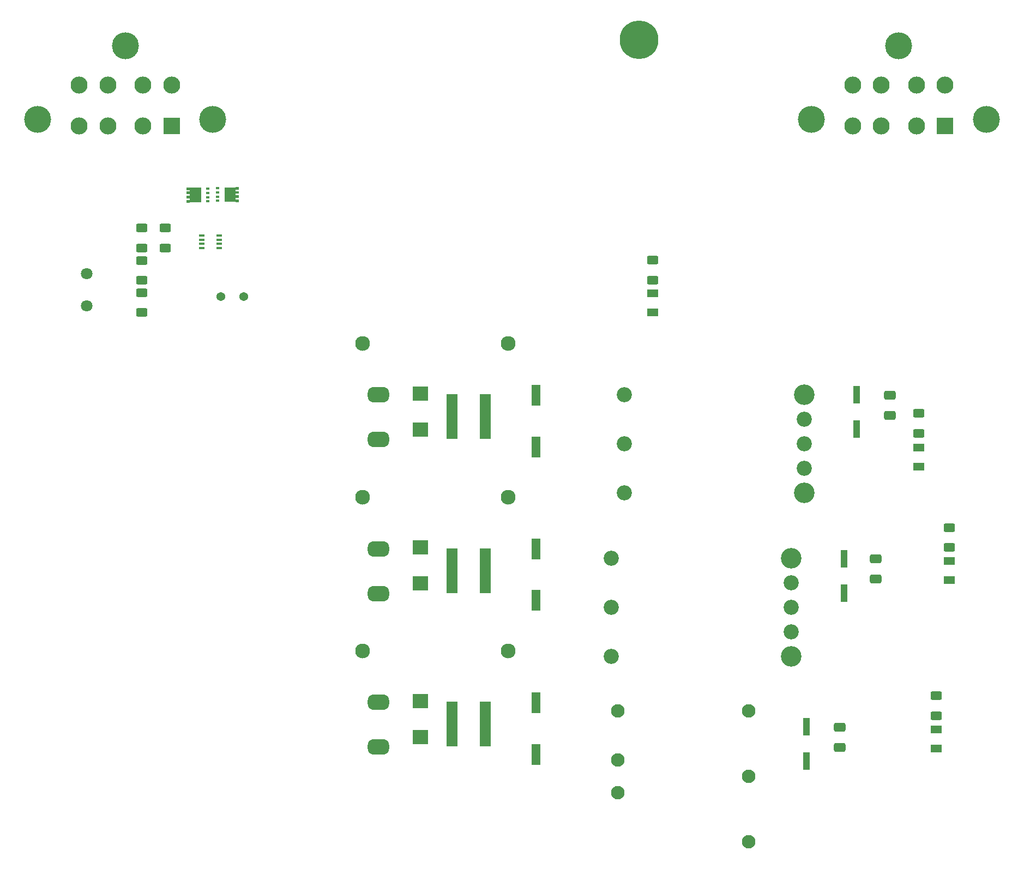
<source format=gbr>
%TF.GenerationSoftware,KiCad,Pcbnew,8.0.2*%
%TF.CreationDate,2024-05-09T14:15:38-06:00*%
%TF.ProjectId,GR-LRR-POWER,47522d4c-5252-42d5-904f-5745522e6b69,rev?*%
%TF.SameCoordinates,Original*%
%TF.FileFunction,Soldermask,Top*%
%TF.FilePolarity,Negative*%
%FSLAX46Y46*%
G04 Gerber Fmt 4.6, Leading zero omitted, Abs format (unit mm)*
G04 Created by KiCad (PCBNEW 8.0.2) date 2024-05-09 14:15:38*
%MOMM*%
%LPD*%
G01*
G04 APERTURE LIST*
G04 Aperture macros list*
%AMRoundRect*
0 Rectangle with rounded corners*
0 $1 Rounding radius*
0 $2 $3 $4 $5 $6 $7 $8 $9 X,Y pos of 4 corners*
0 Add a 4 corners polygon primitive as box body*
4,1,4,$2,$3,$4,$5,$6,$7,$8,$9,$2,$3,0*
0 Add four circle primitives for the rounded corners*
1,1,$1+$1,$2,$3*
1,1,$1+$1,$4,$5*
1,1,$1+$1,$6,$7*
1,1,$1+$1,$8,$9*
0 Add four rect primitives between the rounded corners*
20,1,$1+$1,$2,$3,$4,$5,0*
20,1,$1+$1,$4,$5,$6,$7,0*
20,1,$1+$1,$6,$7,$8,$9,0*
20,1,$1+$1,$8,$9,$2,$3,0*%
G04 Aperture macros list end*
%ADD10C,0.000000*%
%ADD11C,0.800000*%
%ADD12C,6.000000*%
%ADD13R,0.876300X0.406400*%
%ADD14C,1.803400*%
%ADD15R,0.558800X0.406400*%
%ADD16R,0.508000X0.406400*%
%ADD17R,2.449195X2.179396*%
%ADD18RoundRect,0.250000X-0.625000X0.400000X-0.625000X-0.400000X0.625000X-0.400000X0.625000X0.400000X0*%
%ADD19C,2.300000*%
%ADD20R,1.397000X3.302000*%
%ADD21C,2.100000*%
%ADD22RoundRect,0.929760X-0.732240X0.262240X-0.732240X-0.262240X0.732240X-0.262240X0.732240X0.262240X0*%
%ADD23R,2.640000X2.640000*%
%ADD24C,2.640000*%
%ADD25C,4.185000*%
%ADD26C,2.355000*%
%ADD27C,3.195000*%
%ADD28R,1.800000X1.150000*%
%ADD29RoundRect,0.250000X-0.650000X0.412500X-0.650000X-0.412500X0.650000X-0.412500X0.650000X0.412500X0*%
%ADD30RoundRect,0.250000X0.625000X-0.400000X0.625000X0.400000X-0.625000X0.400000X-0.625000X-0.400000X0*%
%ADD31C,1.371600*%
%ADD32R,1.092200X2.692400*%
%ADD33R,1.780000X7.000000*%
G04 APERTURE END LIST*
D10*
%TO.C,U1*%
G36*
X107736502Y-95132400D02*
G01*
X109463702Y-95132400D01*
X109463702Y-97367600D01*
X107736502Y-97367600D01*
X107736500Y-97428199D01*
X107228500Y-97428199D01*
X107228500Y-97021799D01*
X107736500Y-97021799D01*
X107736500Y-96778201D01*
X107228500Y-96778201D01*
X107228500Y-96371801D01*
X107736500Y-96371801D01*
X107736500Y-96128199D01*
X107228500Y-96128199D01*
X107228500Y-95721799D01*
X107736500Y-95721799D01*
X107736500Y-95478201D01*
X107228500Y-95478201D01*
X107228500Y-95071801D01*
X107736500Y-95071801D01*
X107736502Y-95132400D01*
G37*
%TO.C,U2*%
G36*
X115354000Y-95403202D02*
G01*
X114846000Y-95403202D01*
X114846000Y-95646800D01*
X115354000Y-95646800D01*
X115354000Y-96053200D01*
X114846000Y-96053200D01*
X114846000Y-96296802D01*
X115354000Y-96296802D01*
X115354000Y-96703202D01*
X114846000Y-96703202D01*
X114846000Y-96946800D01*
X115354000Y-96946800D01*
X115354000Y-97353200D01*
X114846000Y-97353200D01*
X114845998Y-97292601D01*
X113118798Y-97292601D01*
X113118798Y-95057401D01*
X114845998Y-95057401D01*
X114846000Y-94996802D01*
X115354000Y-94996802D01*
X115354000Y-95403202D01*
G37*
%TD*%
D11*
%TO.C,H2*%
X175250000Y-72150000D03*
X175909010Y-70559010D03*
X175909010Y-73740990D03*
X177500000Y-69900000D03*
D12*
X177500000Y-72150000D03*
D11*
X177500000Y-74400000D03*
X179090990Y-70559010D03*
X179090990Y-73740990D03*
X179750000Y-72150000D03*
%TD*%
D13*
%TO.C,U3*%
X109621100Y-102550002D03*
X109621100Y-103200000D03*
X109621100Y-103850002D03*
X109621100Y-104500000D03*
X112250000Y-104500000D03*
X112250000Y-103850002D03*
X112250000Y-103200000D03*
X112250000Y-102550002D03*
%TD*%
D14*
%TO.C,J3*%
X91750000Y-108500000D03*
X91750000Y-113500000D03*
%TD*%
D15*
%TO.C,U1*%
X110517500Y-97224999D03*
X110517500Y-96575001D03*
X110517500Y-95924999D03*
X110517500Y-95275001D03*
D16*
X107482500Y-95275001D03*
X107482500Y-95924999D03*
X107482500Y-96575001D03*
X107482500Y-97224999D03*
%TD*%
D17*
%TO.C,C13*%
X143500000Y-174861061D03*
X143500000Y-180434049D03*
%TD*%
D18*
%TO.C,R4*%
X100250000Y-111400000D03*
X100250000Y-114500000D03*
%TD*%
D19*
%TO.C,U5*%
X134600000Y-119283645D03*
X157200000Y-119283645D03*
%TD*%
D20*
%TO.C,C10*%
X161500000Y-151199000D03*
X161500000Y-159200000D03*
%TD*%
D21*
%TO.C,PS3*%
X174195000Y-189040000D03*
X174195000Y-183960000D03*
X194515000Y-196660000D03*
X194515000Y-186500000D03*
X194515000Y-176340000D03*
X174195000Y-176340000D03*
%TD*%
D22*
%TO.C,D4*%
X137000000Y-182001355D03*
X137000000Y-175031355D03*
%TD*%
D18*
%TO.C,R3*%
X100250000Y-106400000D03*
X100250000Y-109500000D03*
%TD*%
D23*
%TO.C,J2*%
X224985000Y-85520000D03*
D24*
X220540000Y-85520000D03*
X215080000Y-85520000D03*
X210635000Y-85520000D03*
X210635000Y-79170000D03*
X215080000Y-79170000D03*
X220540000Y-79170000D03*
X224985000Y-79170000D03*
D25*
X217810000Y-73070000D03*
X231400000Y-84500000D03*
X204220000Y-84500000D03*
%TD*%
D26*
%TO.C,PS1*%
X175180000Y-127280000D03*
X175180000Y-134900000D03*
X175180000Y-142520000D03*
D27*
X203120000Y-142520000D03*
D26*
X203120000Y-138710000D03*
X203120000Y-134900000D03*
X203120000Y-131090000D03*
D27*
X203120000Y-127280000D03*
%TD*%
D28*
%TO.C,LED3*%
X225700000Y-156050000D03*
X225700000Y-153050000D03*
%TD*%
D26*
%TO.C,PS2*%
X173180000Y-152680000D03*
X173180000Y-160300000D03*
X173180000Y-167920000D03*
D27*
X201120000Y-167920000D03*
D26*
X201120000Y-164110000D03*
X201120000Y-160300000D03*
X201120000Y-156490000D03*
D27*
X201120000Y-152680000D03*
%TD*%
D28*
%TO.C,LED4*%
X223600000Y-182250000D03*
X223600000Y-179250000D03*
%TD*%
D29*
%TO.C,C7*%
X216400000Y-127337500D03*
X216400000Y-130462500D03*
%TD*%
D19*
%TO.C,U6*%
X134600000Y-143200000D03*
X157200000Y-143200000D03*
%TD*%
D29*
%TO.C,C11*%
X214200000Y-152775000D03*
X214200000Y-155900000D03*
%TD*%
D17*
%TO.C,C5*%
X143500000Y-127097151D03*
X143500000Y-132670139D03*
%TD*%
D30*
%TO.C,R8*%
X223600000Y-177100000D03*
X223600000Y-174000000D03*
%TD*%
D23*
%TO.C,J1*%
X104900000Y-85500000D03*
D24*
X100455000Y-85500000D03*
X94995000Y-85500000D03*
X90550000Y-85500000D03*
X90550000Y-79150000D03*
X94995000Y-79150000D03*
X100455000Y-79150000D03*
X104900000Y-79150000D03*
D25*
X97725000Y-73050000D03*
X111315000Y-84480000D03*
X84135000Y-84480000D03*
%TD*%
D18*
%TO.C,R1*%
X103950000Y-101350000D03*
X103950000Y-104450000D03*
%TD*%
D31*
%TO.C,C1*%
X112583249Y-112000000D03*
X116083250Y-112000000D03*
%TD*%
D20*
%TO.C,C6*%
X161500000Y-127351445D03*
X161500000Y-135352445D03*
%TD*%
D32*
%TO.C,C12*%
X203500000Y-178844200D03*
X203500000Y-184152800D03*
%TD*%
D33*
%TO.C,L3*%
X148440000Y-154600000D03*
X153600000Y-154600000D03*
%TD*%
D15*
%TO.C,U2*%
X112065000Y-95200002D03*
X112065000Y-95850000D03*
X112065000Y-96500002D03*
X112065000Y-97150000D03*
D16*
X115100000Y-97150000D03*
X115100000Y-96500002D03*
X115100000Y-95850000D03*
X115100000Y-95200002D03*
%TD*%
D32*
%TO.C,C8*%
X209300000Y-152745700D03*
X209300000Y-158054300D03*
%TD*%
D20*
%TO.C,C14*%
X161500000Y-175115355D03*
X161500000Y-183116355D03*
%TD*%
D22*
%TO.C,D2*%
X137000000Y-134237445D03*
X137000000Y-127267445D03*
%TD*%
D30*
%TO.C,R5*%
X220900000Y-133250000D03*
X220900000Y-130150000D03*
%TD*%
D33*
%TO.C,L2*%
X148420000Y-130683645D03*
X153580000Y-130683645D03*
%TD*%
D17*
%TO.C,C9*%
X143500000Y-151013506D03*
X143500000Y-156586494D03*
%TD*%
D30*
%TO.C,R6*%
X179600000Y-109450000D03*
X179600000Y-106350000D03*
%TD*%
D22*
%TO.C,D3*%
X137000000Y-158153800D03*
X137000000Y-151183800D03*
%TD*%
D28*
%TO.C,LED2*%
X179600000Y-114500000D03*
X179600000Y-111500000D03*
%TD*%
D32*
%TO.C,C4*%
X211300000Y-127300000D03*
X211300000Y-132608600D03*
%TD*%
D30*
%TO.C,R7*%
X225700000Y-151000000D03*
X225700000Y-147900000D03*
%TD*%
D28*
%TO.C,LED1*%
X220930000Y-138475000D03*
X220930000Y-135475000D03*
%TD*%
D33*
%TO.C,L4*%
X148440000Y-178416355D03*
X153600000Y-178416355D03*
%TD*%
D18*
%TO.C,R2*%
X100250000Y-101350000D03*
X100250000Y-104450000D03*
%TD*%
D19*
%TO.C,U7*%
X134600000Y-167047555D03*
X157200000Y-167047555D03*
%TD*%
D29*
%TO.C,C15*%
X208600000Y-178936000D03*
X208600000Y-182061000D03*
%TD*%
M02*

</source>
